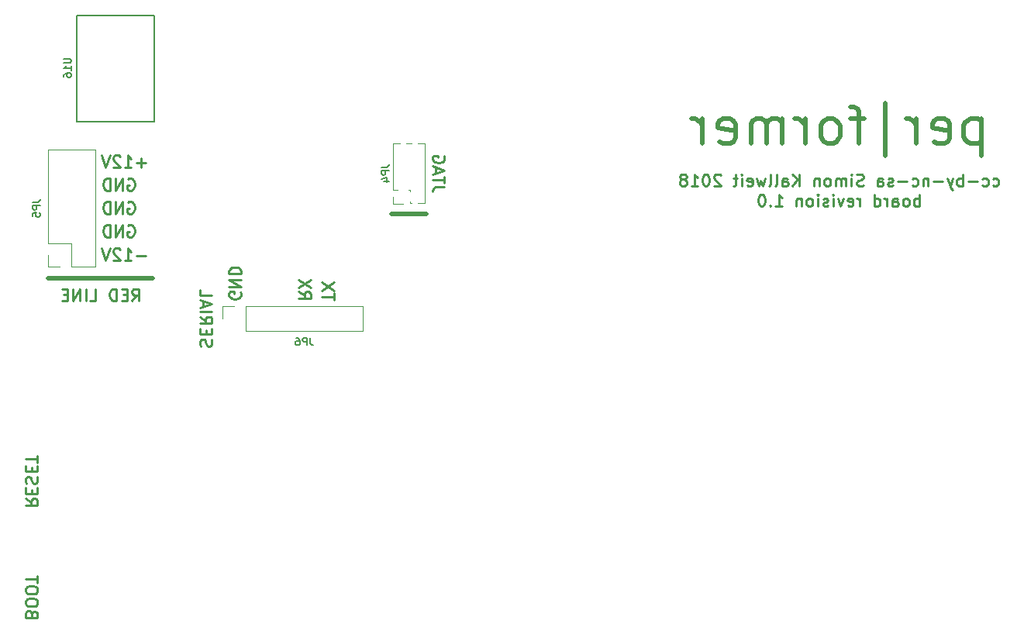
<source format=gbo>
G04 #@! TF.FileFunction,Legend,Bot*
%FSLAX46Y46*%
G04 Gerber Fmt 4.6, Leading zero omitted, Abs format (unit mm)*
G04 Created by KiCad (PCBNEW 4.0.7) date 2019 January 06, Sunday 22:11:23*
%MOMM*%
%LPD*%
G01*
G04 APERTURE LIST*
%ADD10C,0.100000*%
%ADD11C,0.250000*%
%ADD12C,0.500000*%
%ADD13C,0.120000*%
%ADD14C,0.127000*%
%ADD15C,0.150000*%
G04 APERTURE END LIST*
D10*
D11*
X79467857Y-122414286D02*
X79405952Y-122228572D01*
X79344048Y-122166667D01*
X79220238Y-122104762D01*
X79034524Y-122104762D01*
X78910714Y-122166667D01*
X78848810Y-122228572D01*
X78786905Y-122352381D01*
X78786905Y-122847619D01*
X80086905Y-122847619D01*
X80086905Y-122414286D01*
X80025000Y-122290476D01*
X79963095Y-122228572D01*
X79839286Y-122166667D01*
X79715476Y-122166667D01*
X79591667Y-122228572D01*
X79529762Y-122290476D01*
X79467857Y-122414286D01*
X79467857Y-122847619D01*
X80086905Y-121300000D02*
X80086905Y-121052381D01*
X80025000Y-120928572D01*
X79901190Y-120804762D01*
X79653571Y-120742857D01*
X79220238Y-120742857D01*
X78972619Y-120804762D01*
X78848810Y-120928572D01*
X78786905Y-121052381D01*
X78786905Y-121300000D01*
X78848810Y-121423810D01*
X78972619Y-121547619D01*
X79220238Y-121609524D01*
X79653571Y-121609524D01*
X79901190Y-121547619D01*
X80025000Y-121423810D01*
X80086905Y-121300000D01*
X80086905Y-119938095D02*
X80086905Y-119690476D01*
X80025000Y-119566667D01*
X79901190Y-119442857D01*
X79653571Y-119380952D01*
X79220238Y-119380952D01*
X78972619Y-119442857D01*
X78848810Y-119566667D01*
X78786905Y-119690476D01*
X78786905Y-119938095D01*
X78848810Y-120061905D01*
X78972619Y-120185714D01*
X79220238Y-120247619D01*
X79653571Y-120247619D01*
X79901190Y-120185714D01*
X80025000Y-120061905D01*
X80086905Y-119938095D01*
X80086905Y-119009523D02*
X80086905Y-118266666D01*
X78786905Y-118638095D02*
X80086905Y-118638095D01*
X78786905Y-109838094D02*
X79405952Y-110271427D01*
X78786905Y-110580951D02*
X80086905Y-110580951D01*
X80086905Y-110085713D01*
X80025000Y-109961904D01*
X79963095Y-109899999D01*
X79839286Y-109838094D01*
X79653571Y-109838094D01*
X79529762Y-109899999D01*
X79467857Y-109961904D01*
X79405952Y-110085713D01*
X79405952Y-110580951D01*
X79467857Y-109280951D02*
X79467857Y-108847618D01*
X78786905Y-108661904D02*
X78786905Y-109280951D01*
X80086905Y-109280951D01*
X80086905Y-108661904D01*
X78848810Y-108166666D02*
X78786905Y-107980952D01*
X78786905Y-107671428D01*
X78848810Y-107547618D01*
X78910714Y-107485714D01*
X79034524Y-107423809D01*
X79158333Y-107423809D01*
X79282143Y-107485714D01*
X79344048Y-107547618D01*
X79405952Y-107671428D01*
X79467857Y-107919047D01*
X79529762Y-108042856D01*
X79591667Y-108104761D01*
X79715476Y-108166666D01*
X79839286Y-108166666D01*
X79963095Y-108104761D01*
X80025000Y-108042856D01*
X80086905Y-107919047D01*
X80086905Y-107609523D01*
X80025000Y-107423809D01*
X79467857Y-106866666D02*
X79467857Y-106433333D01*
X78786905Y-106247619D02*
X78786905Y-106866666D01*
X80086905Y-106866666D01*
X80086905Y-106247619D01*
X80086905Y-105876190D02*
X80086905Y-105133333D01*
X78786905Y-105504762D02*
X80086905Y-105504762D01*
D12*
X183163808Y-68357857D02*
X183163808Y-72357857D01*
X183163808Y-68548333D02*
X182782856Y-68357857D01*
X182020951Y-68357857D01*
X181639999Y-68548333D01*
X181449522Y-68738810D01*
X181259046Y-69119762D01*
X181259046Y-70262619D01*
X181449522Y-70643571D01*
X181639999Y-70834048D01*
X182020951Y-71024524D01*
X182782856Y-71024524D01*
X183163808Y-70834048D01*
X178020951Y-70834048D02*
X178401903Y-71024524D01*
X179163808Y-71024524D01*
X179544760Y-70834048D01*
X179735236Y-70453095D01*
X179735236Y-68929286D01*
X179544760Y-68548333D01*
X179163808Y-68357857D01*
X178401903Y-68357857D01*
X178020951Y-68548333D01*
X177830474Y-68929286D01*
X177830474Y-69310238D01*
X179735236Y-69691190D01*
X176116189Y-71024524D02*
X176116189Y-68357857D01*
X176116189Y-69119762D02*
X175925713Y-68738810D01*
X175735237Y-68548333D01*
X175354284Y-68357857D01*
X174973332Y-68357857D01*
X172687618Y-72357857D02*
X172687618Y-66643571D01*
X170401904Y-68357857D02*
X168878094Y-68357857D01*
X169830475Y-71024524D02*
X169830475Y-67595952D01*
X169639999Y-67215000D01*
X169259046Y-67024524D01*
X168878094Y-67024524D01*
X166973332Y-71024524D02*
X167354285Y-70834048D01*
X167544761Y-70643571D01*
X167735237Y-70262619D01*
X167735237Y-69119762D01*
X167544761Y-68738810D01*
X167354285Y-68548333D01*
X166973332Y-68357857D01*
X166401904Y-68357857D01*
X166020952Y-68548333D01*
X165830475Y-68738810D01*
X165639999Y-69119762D01*
X165639999Y-70262619D01*
X165830475Y-70643571D01*
X166020952Y-70834048D01*
X166401904Y-71024524D01*
X166973332Y-71024524D01*
X163925713Y-71024524D02*
X163925713Y-68357857D01*
X163925713Y-69119762D02*
X163735237Y-68738810D01*
X163544761Y-68548333D01*
X163163808Y-68357857D01*
X162782856Y-68357857D01*
X161449523Y-71024524D02*
X161449523Y-68357857D01*
X161449523Y-68738810D02*
X161259047Y-68548333D01*
X160878094Y-68357857D01*
X160306666Y-68357857D01*
X159925714Y-68548333D01*
X159735237Y-68929286D01*
X159735237Y-71024524D01*
X159735237Y-68929286D02*
X159544761Y-68548333D01*
X159163809Y-68357857D01*
X158592380Y-68357857D01*
X158211428Y-68548333D01*
X158020952Y-68929286D01*
X158020952Y-71024524D01*
X154592381Y-70834048D02*
X154973333Y-71024524D01*
X155735238Y-71024524D01*
X156116190Y-70834048D01*
X156306666Y-70453095D01*
X156306666Y-68929286D01*
X156116190Y-68548333D01*
X155735238Y-68357857D01*
X154973333Y-68357857D01*
X154592381Y-68548333D01*
X154401904Y-68929286D01*
X154401904Y-69310238D01*
X156306666Y-69691190D01*
X152687619Y-71024524D02*
X152687619Y-68357857D01*
X152687619Y-69119762D02*
X152497143Y-68738810D01*
X152306667Y-68548333D01*
X151925714Y-68357857D01*
X151544762Y-68357857D01*
D11*
X184416188Y-75626190D02*
X184539998Y-75688095D01*
X184787617Y-75688095D01*
X184911426Y-75626190D01*
X184973331Y-75564286D01*
X185035236Y-75440476D01*
X185035236Y-75069048D01*
X184973331Y-74945238D01*
X184911426Y-74883333D01*
X184787617Y-74821429D01*
X184539998Y-74821429D01*
X184416188Y-74883333D01*
X183301902Y-75626190D02*
X183425712Y-75688095D01*
X183673331Y-75688095D01*
X183797140Y-75626190D01*
X183859045Y-75564286D01*
X183920950Y-75440476D01*
X183920950Y-75069048D01*
X183859045Y-74945238D01*
X183797140Y-74883333D01*
X183673331Y-74821429D01*
X183425712Y-74821429D01*
X183301902Y-74883333D01*
X182744759Y-75192857D02*
X181754283Y-75192857D01*
X181135235Y-75688095D02*
X181135235Y-74388095D01*
X181135235Y-74883333D02*
X181011426Y-74821429D01*
X180763807Y-74821429D01*
X180639997Y-74883333D01*
X180578092Y-74945238D01*
X180516188Y-75069048D01*
X180516188Y-75440476D01*
X180578092Y-75564286D01*
X180639997Y-75626190D01*
X180763807Y-75688095D01*
X181011426Y-75688095D01*
X181135235Y-75626190D01*
X180082855Y-74821429D02*
X179773331Y-75688095D01*
X179463807Y-74821429D02*
X179773331Y-75688095D01*
X179897140Y-75997619D01*
X179959045Y-76059524D01*
X180082855Y-76121429D01*
X178968569Y-75192857D02*
X177978093Y-75192857D01*
X177359045Y-74821429D02*
X177359045Y-75688095D01*
X177359045Y-74945238D02*
X177297140Y-74883333D01*
X177173331Y-74821429D01*
X176987617Y-74821429D01*
X176863807Y-74883333D01*
X176801902Y-75007143D01*
X176801902Y-75688095D01*
X175625712Y-75626190D02*
X175749522Y-75688095D01*
X175997141Y-75688095D01*
X176120950Y-75626190D01*
X176182855Y-75564286D01*
X176244760Y-75440476D01*
X176244760Y-75069048D01*
X176182855Y-74945238D01*
X176120950Y-74883333D01*
X175997141Y-74821429D01*
X175749522Y-74821429D01*
X175625712Y-74883333D01*
X175068569Y-75192857D02*
X174078093Y-75192857D01*
X173520950Y-75626190D02*
X173397140Y-75688095D01*
X173149521Y-75688095D01*
X173025712Y-75626190D01*
X172963807Y-75502381D01*
X172963807Y-75440476D01*
X173025712Y-75316667D01*
X173149521Y-75254762D01*
X173335236Y-75254762D01*
X173459045Y-75192857D01*
X173520950Y-75069048D01*
X173520950Y-75007143D01*
X173459045Y-74883333D01*
X173335236Y-74821429D01*
X173149521Y-74821429D01*
X173025712Y-74883333D01*
X171849521Y-75688095D02*
X171849521Y-75007143D01*
X171911426Y-74883333D01*
X172035236Y-74821429D01*
X172282855Y-74821429D01*
X172406664Y-74883333D01*
X171849521Y-75626190D02*
X171973331Y-75688095D01*
X172282855Y-75688095D01*
X172406664Y-75626190D01*
X172468569Y-75502381D01*
X172468569Y-75378571D01*
X172406664Y-75254762D01*
X172282855Y-75192857D01*
X171973331Y-75192857D01*
X171849521Y-75130952D01*
X170301903Y-75626190D02*
X170116189Y-75688095D01*
X169806665Y-75688095D01*
X169682855Y-75626190D01*
X169620951Y-75564286D01*
X169559046Y-75440476D01*
X169559046Y-75316667D01*
X169620951Y-75192857D01*
X169682855Y-75130952D01*
X169806665Y-75069048D01*
X170054284Y-75007143D01*
X170178093Y-74945238D01*
X170239998Y-74883333D01*
X170301903Y-74759524D01*
X170301903Y-74635714D01*
X170239998Y-74511905D01*
X170178093Y-74450000D01*
X170054284Y-74388095D01*
X169744760Y-74388095D01*
X169559046Y-74450000D01*
X169001903Y-75688095D02*
X169001903Y-74821429D01*
X169001903Y-74388095D02*
X169063808Y-74450000D01*
X169001903Y-74511905D01*
X168939998Y-74450000D01*
X169001903Y-74388095D01*
X169001903Y-74511905D01*
X168382855Y-75688095D02*
X168382855Y-74821429D01*
X168382855Y-74945238D02*
X168320950Y-74883333D01*
X168197141Y-74821429D01*
X168011427Y-74821429D01*
X167887617Y-74883333D01*
X167825712Y-75007143D01*
X167825712Y-75688095D01*
X167825712Y-75007143D02*
X167763808Y-74883333D01*
X167639998Y-74821429D01*
X167454284Y-74821429D01*
X167330474Y-74883333D01*
X167268569Y-75007143D01*
X167268569Y-75688095D01*
X166463808Y-75688095D02*
X166587617Y-75626190D01*
X166649522Y-75564286D01*
X166711427Y-75440476D01*
X166711427Y-75069048D01*
X166649522Y-74945238D01*
X166587617Y-74883333D01*
X166463808Y-74821429D01*
X166278094Y-74821429D01*
X166154284Y-74883333D01*
X166092379Y-74945238D01*
X166030475Y-75069048D01*
X166030475Y-75440476D01*
X166092379Y-75564286D01*
X166154284Y-75626190D01*
X166278094Y-75688095D01*
X166463808Y-75688095D01*
X165473332Y-74821429D02*
X165473332Y-75688095D01*
X165473332Y-74945238D02*
X165411427Y-74883333D01*
X165287618Y-74821429D01*
X165101904Y-74821429D01*
X164978094Y-74883333D01*
X164916189Y-75007143D01*
X164916189Y-75688095D01*
X163306666Y-75688095D02*
X163306666Y-74388095D01*
X162563809Y-75688095D02*
X163120952Y-74945238D01*
X162563809Y-74388095D02*
X163306666Y-75130952D01*
X161449523Y-75688095D02*
X161449523Y-75007143D01*
X161511428Y-74883333D01*
X161635238Y-74821429D01*
X161882857Y-74821429D01*
X162006666Y-74883333D01*
X161449523Y-75626190D02*
X161573333Y-75688095D01*
X161882857Y-75688095D01*
X162006666Y-75626190D01*
X162068571Y-75502381D01*
X162068571Y-75378571D01*
X162006666Y-75254762D01*
X161882857Y-75192857D01*
X161573333Y-75192857D01*
X161449523Y-75130952D01*
X160644762Y-75688095D02*
X160768571Y-75626190D01*
X160830476Y-75502381D01*
X160830476Y-74388095D01*
X159963810Y-75688095D02*
X160087619Y-75626190D01*
X160149524Y-75502381D01*
X160149524Y-74388095D01*
X159592382Y-74821429D02*
X159344763Y-75688095D01*
X159097144Y-75069048D01*
X158849525Y-75688095D01*
X158601906Y-74821429D01*
X157611429Y-75626190D02*
X157735239Y-75688095D01*
X157982858Y-75688095D01*
X158106667Y-75626190D01*
X158168572Y-75502381D01*
X158168572Y-75007143D01*
X158106667Y-74883333D01*
X157982858Y-74821429D01*
X157735239Y-74821429D01*
X157611429Y-74883333D01*
X157549524Y-75007143D01*
X157549524Y-75130952D01*
X158168572Y-75254762D01*
X156992381Y-75688095D02*
X156992381Y-74821429D01*
X156992381Y-74388095D02*
X157054286Y-74450000D01*
X156992381Y-74511905D01*
X156930476Y-74450000D01*
X156992381Y-74388095D01*
X156992381Y-74511905D01*
X156559047Y-74821429D02*
X156063809Y-74821429D01*
X156373333Y-74388095D02*
X156373333Y-75502381D01*
X156311428Y-75626190D01*
X156187619Y-75688095D01*
X156063809Y-75688095D01*
X154701905Y-74511905D02*
X154640000Y-74450000D01*
X154516191Y-74388095D01*
X154206667Y-74388095D01*
X154082857Y-74450000D01*
X154020953Y-74511905D01*
X153959048Y-74635714D01*
X153959048Y-74759524D01*
X154020953Y-74945238D01*
X154763810Y-75688095D01*
X153959048Y-75688095D01*
X153154286Y-74388095D02*
X153030477Y-74388095D01*
X152906667Y-74450000D01*
X152844762Y-74511905D01*
X152782858Y-74635714D01*
X152720953Y-74883333D01*
X152720953Y-75192857D01*
X152782858Y-75440476D01*
X152844762Y-75564286D01*
X152906667Y-75626190D01*
X153030477Y-75688095D01*
X153154286Y-75688095D01*
X153278096Y-75626190D01*
X153340000Y-75564286D01*
X153401905Y-75440476D01*
X153463810Y-75192857D01*
X153463810Y-74883333D01*
X153401905Y-74635714D01*
X153340000Y-74511905D01*
X153278096Y-74450000D01*
X153154286Y-74388095D01*
X151482858Y-75688095D02*
X152225715Y-75688095D01*
X151854286Y-75688095D02*
X151854286Y-74388095D01*
X151978096Y-74573810D01*
X152101905Y-74697619D01*
X152225715Y-74759524D01*
X150740001Y-74945238D02*
X150863810Y-74883333D01*
X150925715Y-74821429D01*
X150987620Y-74697619D01*
X150987620Y-74635714D01*
X150925715Y-74511905D01*
X150863810Y-74450000D01*
X150740001Y-74388095D01*
X150492382Y-74388095D01*
X150368572Y-74450000D01*
X150306668Y-74511905D01*
X150244763Y-74635714D01*
X150244763Y-74697619D01*
X150306668Y-74821429D01*
X150368572Y-74883333D01*
X150492382Y-74945238D01*
X150740001Y-74945238D01*
X150863810Y-75007143D01*
X150925715Y-75069048D01*
X150987620Y-75192857D01*
X150987620Y-75440476D01*
X150925715Y-75564286D01*
X150863810Y-75626190D01*
X150740001Y-75688095D01*
X150492382Y-75688095D01*
X150368572Y-75626190D01*
X150306668Y-75564286D01*
X150244763Y-75440476D01*
X150244763Y-75192857D01*
X150306668Y-75069048D01*
X150368572Y-75007143D01*
X150492382Y-74945238D01*
X176399522Y-77888095D02*
X176399522Y-76588095D01*
X176399522Y-77083333D02*
X176275713Y-77021429D01*
X176028094Y-77021429D01*
X175904284Y-77083333D01*
X175842379Y-77145238D01*
X175780475Y-77269048D01*
X175780475Y-77640476D01*
X175842379Y-77764286D01*
X175904284Y-77826190D01*
X176028094Y-77888095D01*
X176275713Y-77888095D01*
X176399522Y-77826190D01*
X175037618Y-77888095D02*
X175161427Y-77826190D01*
X175223332Y-77764286D01*
X175285237Y-77640476D01*
X175285237Y-77269048D01*
X175223332Y-77145238D01*
X175161427Y-77083333D01*
X175037618Y-77021429D01*
X174851904Y-77021429D01*
X174728094Y-77083333D01*
X174666189Y-77145238D01*
X174604285Y-77269048D01*
X174604285Y-77640476D01*
X174666189Y-77764286D01*
X174728094Y-77826190D01*
X174851904Y-77888095D01*
X175037618Y-77888095D01*
X173489999Y-77888095D02*
X173489999Y-77207143D01*
X173551904Y-77083333D01*
X173675714Y-77021429D01*
X173923333Y-77021429D01*
X174047142Y-77083333D01*
X173489999Y-77826190D02*
X173613809Y-77888095D01*
X173923333Y-77888095D01*
X174047142Y-77826190D01*
X174109047Y-77702381D01*
X174109047Y-77578571D01*
X174047142Y-77454762D01*
X173923333Y-77392857D01*
X173613809Y-77392857D01*
X173489999Y-77330952D01*
X172870952Y-77888095D02*
X172870952Y-77021429D01*
X172870952Y-77269048D02*
X172809047Y-77145238D01*
X172747143Y-77083333D01*
X172623333Y-77021429D01*
X172499524Y-77021429D01*
X171509047Y-77888095D02*
X171509047Y-76588095D01*
X171509047Y-77826190D02*
X171632857Y-77888095D01*
X171880476Y-77888095D01*
X172004285Y-77826190D01*
X172066190Y-77764286D01*
X172128095Y-77640476D01*
X172128095Y-77269048D01*
X172066190Y-77145238D01*
X172004285Y-77083333D01*
X171880476Y-77021429D01*
X171632857Y-77021429D01*
X171509047Y-77083333D01*
X169899524Y-77888095D02*
X169899524Y-77021429D01*
X169899524Y-77269048D02*
X169837619Y-77145238D01*
X169775715Y-77083333D01*
X169651905Y-77021429D01*
X169528096Y-77021429D01*
X168599524Y-77826190D02*
X168723334Y-77888095D01*
X168970953Y-77888095D01*
X169094762Y-77826190D01*
X169156667Y-77702381D01*
X169156667Y-77207143D01*
X169094762Y-77083333D01*
X168970953Y-77021429D01*
X168723334Y-77021429D01*
X168599524Y-77083333D01*
X168537619Y-77207143D01*
X168537619Y-77330952D01*
X169156667Y-77454762D01*
X168104286Y-77021429D02*
X167794762Y-77888095D01*
X167485238Y-77021429D01*
X166990000Y-77888095D02*
X166990000Y-77021429D01*
X166990000Y-76588095D02*
X167051905Y-76650000D01*
X166990000Y-76711905D01*
X166928095Y-76650000D01*
X166990000Y-76588095D01*
X166990000Y-76711905D01*
X166432857Y-77826190D02*
X166309047Y-77888095D01*
X166061428Y-77888095D01*
X165937619Y-77826190D01*
X165875714Y-77702381D01*
X165875714Y-77640476D01*
X165937619Y-77516667D01*
X166061428Y-77454762D01*
X166247143Y-77454762D01*
X166370952Y-77392857D01*
X166432857Y-77269048D01*
X166432857Y-77207143D01*
X166370952Y-77083333D01*
X166247143Y-77021429D01*
X166061428Y-77021429D01*
X165937619Y-77083333D01*
X165318571Y-77888095D02*
X165318571Y-77021429D01*
X165318571Y-76588095D02*
X165380476Y-76650000D01*
X165318571Y-76711905D01*
X165256666Y-76650000D01*
X165318571Y-76588095D01*
X165318571Y-76711905D01*
X164513809Y-77888095D02*
X164637618Y-77826190D01*
X164699523Y-77764286D01*
X164761428Y-77640476D01*
X164761428Y-77269048D01*
X164699523Y-77145238D01*
X164637618Y-77083333D01*
X164513809Y-77021429D01*
X164328095Y-77021429D01*
X164204285Y-77083333D01*
X164142380Y-77145238D01*
X164080476Y-77269048D01*
X164080476Y-77640476D01*
X164142380Y-77764286D01*
X164204285Y-77826190D01*
X164328095Y-77888095D01*
X164513809Y-77888095D01*
X163523333Y-77021429D02*
X163523333Y-77888095D01*
X163523333Y-77145238D02*
X163461428Y-77083333D01*
X163337619Y-77021429D01*
X163151905Y-77021429D01*
X163028095Y-77083333D01*
X162966190Y-77207143D01*
X162966190Y-77888095D01*
X160675715Y-77888095D02*
X161418572Y-77888095D01*
X161047143Y-77888095D02*
X161047143Y-76588095D01*
X161170953Y-76773810D01*
X161294762Y-76897619D01*
X161418572Y-76959524D01*
X160118572Y-77764286D02*
X160056667Y-77826190D01*
X160118572Y-77888095D01*
X160180477Y-77826190D01*
X160118572Y-77764286D01*
X160118572Y-77888095D01*
X159251905Y-76588095D02*
X159128096Y-76588095D01*
X159004286Y-76650000D01*
X158942381Y-76711905D01*
X158880477Y-76835714D01*
X158818572Y-77083333D01*
X158818572Y-77392857D01*
X158880477Y-77640476D01*
X158942381Y-77764286D01*
X159004286Y-77826190D01*
X159128096Y-77888095D01*
X159251905Y-77888095D01*
X159375715Y-77826190D01*
X159437619Y-77764286D01*
X159499524Y-77640476D01*
X159561429Y-77392857D01*
X159561429Y-77083333D01*
X159499524Y-76835714D01*
X159437619Y-76711905D01*
X159375715Y-76650000D01*
X159251905Y-76588095D01*
X97898810Y-93172381D02*
X97836905Y-92986667D01*
X97836905Y-92677143D01*
X97898810Y-92553333D01*
X97960714Y-92491429D01*
X98084524Y-92429524D01*
X98208333Y-92429524D01*
X98332143Y-92491429D01*
X98394048Y-92553333D01*
X98455952Y-92677143D01*
X98517857Y-92924762D01*
X98579762Y-93048571D01*
X98641667Y-93110476D01*
X98765476Y-93172381D01*
X98889286Y-93172381D01*
X99013095Y-93110476D01*
X99075000Y-93048571D01*
X99136905Y-92924762D01*
X99136905Y-92615238D01*
X99075000Y-92429524D01*
X98517857Y-91872381D02*
X98517857Y-91439048D01*
X97836905Y-91253334D02*
X97836905Y-91872381D01*
X99136905Y-91872381D01*
X99136905Y-91253334D01*
X97836905Y-89953334D02*
X98455952Y-90386667D01*
X97836905Y-90696191D02*
X99136905Y-90696191D01*
X99136905Y-90200953D01*
X99075000Y-90077144D01*
X99013095Y-90015239D01*
X98889286Y-89953334D01*
X98703571Y-89953334D01*
X98579762Y-90015239D01*
X98517857Y-90077144D01*
X98455952Y-90200953D01*
X98455952Y-90696191D01*
X97836905Y-89396191D02*
X99136905Y-89396191D01*
X98208333Y-88839048D02*
X98208333Y-88220000D01*
X97836905Y-88962857D02*
X99136905Y-88529524D01*
X97836905Y-88096191D01*
X97836905Y-87043810D02*
X97836905Y-87662857D01*
X99136905Y-87662857D01*
D12*
X122555000Y-78740000D02*
X118745000Y-78740000D01*
D11*
X90430714Y-88218095D02*
X90864047Y-87599048D01*
X91173571Y-88218095D02*
X91173571Y-86918095D01*
X90678333Y-86918095D01*
X90554524Y-86980000D01*
X90492619Y-87041905D01*
X90430714Y-87165714D01*
X90430714Y-87351429D01*
X90492619Y-87475238D01*
X90554524Y-87537143D01*
X90678333Y-87599048D01*
X91173571Y-87599048D01*
X89873571Y-87537143D02*
X89440238Y-87537143D01*
X89254524Y-88218095D02*
X89873571Y-88218095D01*
X89873571Y-86918095D01*
X89254524Y-86918095D01*
X88697381Y-88218095D02*
X88697381Y-86918095D01*
X88387857Y-86918095D01*
X88202143Y-86980000D01*
X88078334Y-87103810D01*
X88016429Y-87227619D01*
X87954524Y-87475238D01*
X87954524Y-87660952D01*
X88016429Y-87908571D01*
X88078334Y-88032381D01*
X88202143Y-88156190D01*
X88387857Y-88218095D01*
X88697381Y-88218095D01*
X85787858Y-88218095D02*
X86406905Y-88218095D01*
X86406905Y-86918095D01*
X85354524Y-88218095D02*
X85354524Y-86918095D01*
X84735476Y-88218095D02*
X84735476Y-86918095D01*
X83992619Y-88218095D01*
X83992619Y-86918095D01*
X83373571Y-87537143D02*
X82940238Y-87537143D01*
X82754524Y-88218095D02*
X83373571Y-88218095D01*
X83373571Y-86918095D01*
X82754524Y-86918095D01*
D12*
X81280000Y-85725000D02*
X92710000Y-85725000D01*
D11*
X91885476Y-73117857D02*
X90895000Y-73117857D01*
X91390238Y-73613095D02*
X91390238Y-72622619D01*
X89595000Y-73613095D02*
X90337857Y-73613095D01*
X89966428Y-73613095D02*
X89966428Y-72313095D01*
X90090238Y-72498810D01*
X90214047Y-72622619D01*
X90337857Y-72684524D01*
X89099762Y-72436905D02*
X89037857Y-72375000D01*
X88914048Y-72313095D01*
X88604524Y-72313095D01*
X88480714Y-72375000D01*
X88418810Y-72436905D01*
X88356905Y-72560714D01*
X88356905Y-72684524D01*
X88418810Y-72870238D01*
X89161667Y-73613095D01*
X88356905Y-73613095D01*
X87985476Y-72313095D02*
X87552143Y-73613095D01*
X87118810Y-72313095D01*
X91885476Y-83277857D02*
X90895000Y-83277857D01*
X89595000Y-83773095D02*
X90337857Y-83773095D01*
X89966428Y-83773095D02*
X89966428Y-82473095D01*
X90090238Y-82658810D01*
X90214047Y-82782619D01*
X90337857Y-82844524D01*
X89099762Y-82596905D02*
X89037857Y-82535000D01*
X88914048Y-82473095D01*
X88604524Y-82473095D01*
X88480714Y-82535000D01*
X88418810Y-82596905D01*
X88356905Y-82720714D01*
X88356905Y-82844524D01*
X88418810Y-83030238D01*
X89161667Y-83773095D01*
X88356905Y-83773095D01*
X87985476Y-82473095D02*
X87552143Y-83773095D01*
X87118810Y-82473095D01*
X89966429Y-74915000D02*
X90090238Y-74853095D01*
X90275953Y-74853095D01*
X90461667Y-74915000D01*
X90585476Y-75038810D01*
X90647381Y-75162619D01*
X90709286Y-75410238D01*
X90709286Y-75595952D01*
X90647381Y-75843571D01*
X90585476Y-75967381D01*
X90461667Y-76091190D01*
X90275953Y-76153095D01*
X90152143Y-76153095D01*
X89966429Y-76091190D01*
X89904524Y-76029286D01*
X89904524Y-75595952D01*
X90152143Y-75595952D01*
X89347381Y-76153095D02*
X89347381Y-74853095D01*
X88604524Y-76153095D01*
X88604524Y-74853095D01*
X87985476Y-76153095D02*
X87985476Y-74853095D01*
X87675952Y-74853095D01*
X87490238Y-74915000D01*
X87366429Y-75038810D01*
X87304524Y-75162619D01*
X87242619Y-75410238D01*
X87242619Y-75595952D01*
X87304524Y-75843571D01*
X87366429Y-75967381D01*
X87490238Y-76091190D01*
X87675952Y-76153095D01*
X87985476Y-76153095D01*
X89966429Y-77455000D02*
X90090238Y-77393095D01*
X90275953Y-77393095D01*
X90461667Y-77455000D01*
X90585476Y-77578810D01*
X90647381Y-77702619D01*
X90709286Y-77950238D01*
X90709286Y-78135952D01*
X90647381Y-78383571D01*
X90585476Y-78507381D01*
X90461667Y-78631190D01*
X90275953Y-78693095D01*
X90152143Y-78693095D01*
X89966429Y-78631190D01*
X89904524Y-78569286D01*
X89904524Y-78135952D01*
X90152143Y-78135952D01*
X89347381Y-78693095D02*
X89347381Y-77393095D01*
X88604524Y-78693095D01*
X88604524Y-77393095D01*
X87985476Y-78693095D02*
X87985476Y-77393095D01*
X87675952Y-77393095D01*
X87490238Y-77455000D01*
X87366429Y-77578810D01*
X87304524Y-77702619D01*
X87242619Y-77950238D01*
X87242619Y-78135952D01*
X87304524Y-78383571D01*
X87366429Y-78507381D01*
X87490238Y-78631190D01*
X87675952Y-78693095D01*
X87985476Y-78693095D01*
X89966429Y-79995000D02*
X90090238Y-79933095D01*
X90275953Y-79933095D01*
X90461667Y-79995000D01*
X90585476Y-80118810D01*
X90647381Y-80242619D01*
X90709286Y-80490238D01*
X90709286Y-80675952D01*
X90647381Y-80923571D01*
X90585476Y-81047381D01*
X90461667Y-81171190D01*
X90275953Y-81233095D01*
X90152143Y-81233095D01*
X89966429Y-81171190D01*
X89904524Y-81109286D01*
X89904524Y-80675952D01*
X90152143Y-80675952D01*
X89347381Y-81233095D02*
X89347381Y-79933095D01*
X88604524Y-81233095D01*
X88604524Y-79933095D01*
X87985476Y-81233095D02*
X87985476Y-79933095D01*
X87675952Y-79933095D01*
X87490238Y-79995000D01*
X87366429Y-80118810D01*
X87304524Y-80242619D01*
X87242619Y-80490238D01*
X87242619Y-80675952D01*
X87304524Y-80923571D01*
X87366429Y-81047381D01*
X87490238Y-81171190D01*
X87675952Y-81233095D01*
X87985476Y-81233095D01*
X102250000Y-87274524D02*
X102311905Y-87398333D01*
X102311905Y-87584048D01*
X102250000Y-87769762D01*
X102126190Y-87893571D01*
X102002381Y-87955476D01*
X101754762Y-88017381D01*
X101569048Y-88017381D01*
X101321429Y-87955476D01*
X101197619Y-87893571D01*
X101073810Y-87769762D01*
X101011905Y-87584048D01*
X101011905Y-87460238D01*
X101073810Y-87274524D01*
X101135714Y-87212619D01*
X101569048Y-87212619D01*
X101569048Y-87460238D01*
X101011905Y-86655476D02*
X102311905Y-86655476D01*
X101011905Y-85912619D01*
X102311905Y-85912619D01*
X101011905Y-85293571D02*
X102311905Y-85293571D01*
X102311905Y-84984047D01*
X102250000Y-84798333D01*
X102126190Y-84674524D01*
X102002381Y-84612619D01*
X101754762Y-84550714D01*
X101569048Y-84550714D01*
X101321429Y-84612619D01*
X101197619Y-84674524D01*
X101073810Y-84798333D01*
X101011905Y-84984047D01*
X101011905Y-85293571D01*
X112471905Y-88141190D02*
X112471905Y-87398333D01*
X111171905Y-87769762D02*
X112471905Y-87769762D01*
X112471905Y-87088810D02*
X111171905Y-86222143D01*
X112471905Y-86222143D02*
X111171905Y-87088810D01*
X108631905Y-87212619D02*
X109250952Y-87645952D01*
X108631905Y-87955476D02*
X109931905Y-87955476D01*
X109931905Y-87460238D01*
X109870000Y-87336429D01*
X109808095Y-87274524D01*
X109684286Y-87212619D01*
X109498571Y-87212619D01*
X109374762Y-87274524D01*
X109312857Y-87336429D01*
X109250952Y-87460238D01*
X109250952Y-87955476D01*
X109931905Y-86779286D02*
X108631905Y-85912619D01*
X109931905Y-85912619D02*
X108631905Y-86779286D01*
X124536905Y-75811667D02*
X123608333Y-75811667D01*
X123422619Y-75873571D01*
X123298810Y-75997381D01*
X123236905Y-76183095D01*
X123236905Y-76306905D01*
X124536905Y-75378333D02*
X124536905Y-74635476D01*
X123236905Y-75006905D02*
X124536905Y-75006905D01*
X123608333Y-74264048D02*
X123608333Y-73645000D01*
X123236905Y-74387857D02*
X124536905Y-73954524D01*
X123236905Y-73521191D01*
X124475000Y-72406905D02*
X124536905Y-72530714D01*
X124536905Y-72716429D01*
X124475000Y-72902143D01*
X124351190Y-73025952D01*
X124227381Y-73087857D01*
X123979762Y-73149762D01*
X123794048Y-73149762D01*
X123546429Y-73087857D01*
X123422619Y-73025952D01*
X123298810Y-72902143D01*
X123236905Y-72716429D01*
X123236905Y-72592619D01*
X123298810Y-72406905D01*
X123360714Y-72345000D01*
X123794048Y-72345000D01*
X123794048Y-72592619D01*
D13*
X115630000Y-88840000D02*
X115630000Y-91500000D01*
X102870000Y-88840000D02*
X115630000Y-88840000D01*
X102870000Y-91500000D02*
X115630000Y-91500000D01*
X102870000Y-88840000D02*
X102870000Y-91500000D01*
X101600000Y-88840000D02*
X100270000Y-88840000D01*
X100270000Y-88840000D02*
X100270000Y-90170000D01*
X118885000Y-71060000D02*
X119707470Y-71060000D01*
X121592530Y-71060000D02*
X122415000Y-71060000D01*
X120322530Y-71060000D02*
X120977470Y-71060000D01*
X118885000Y-76075000D02*
X118885000Y-71060000D01*
X122415000Y-77530000D02*
X122415000Y-71060000D01*
X118885000Y-76075000D02*
X119451529Y-76075000D01*
X120578471Y-76075000D02*
X120721529Y-76075000D01*
X120775000Y-76128471D02*
X120775000Y-76271529D01*
X120775000Y-77398471D02*
X120775000Y-77530000D01*
X120775000Y-77530000D02*
X120977470Y-77530000D01*
X121592530Y-77530000D02*
X122415000Y-77530000D01*
X118885000Y-76835000D02*
X118885000Y-77595000D01*
X118885000Y-77595000D02*
X120015000Y-77595000D01*
X81220000Y-71695000D02*
X86420000Y-71695000D01*
X81220000Y-81915000D02*
X81220000Y-71695000D01*
X86420000Y-84515000D02*
X86420000Y-71695000D01*
X81220000Y-81915000D02*
X83820000Y-81915000D01*
X83820000Y-81915000D02*
X83820000Y-84515000D01*
X83820000Y-84515000D02*
X86420000Y-84515000D01*
X81220000Y-83185000D02*
X81220000Y-84515000D01*
X81220000Y-84515000D02*
X82550000Y-84515000D01*
D14*
X84360000Y-68665000D02*
X84360000Y-57065000D01*
X84360000Y-57065000D02*
X92860000Y-57065000D01*
X92860000Y-57065000D02*
X92860000Y-68665000D01*
X92860000Y-68665000D02*
X84360000Y-68665000D01*
D15*
X109886666Y-92271905D02*
X109886666Y-92843333D01*
X109924762Y-92957619D01*
X110000952Y-93033810D01*
X110115238Y-93071905D01*
X110191428Y-93071905D01*
X109505714Y-93071905D02*
X109505714Y-92271905D01*
X109200952Y-92271905D01*
X109124761Y-92310000D01*
X109086666Y-92348095D01*
X109048571Y-92424286D01*
X109048571Y-92538571D01*
X109086666Y-92614762D01*
X109124761Y-92652857D01*
X109200952Y-92690952D01*
X109505714Y-92690952D01*
X108362857Y-92271905D02*
X108515238Y-92271905D01*
X108591428Y-92310000D01*
X108629523Y-92348095D01*
X108705714Y-92462381D01*
X108743809Y-92614762D01*
X108743809Y-92919524D01*
X108705714Y-92995714D01*
X108667619Y-93033810D01*
X108591428Y-93071905D01*
X108439047Y-93071905D01*
X108362857Y-93033810D01*
X108324761Y-92995714D01*
X108286666Y-92919524D01*
X108286666Y-92729048D01*
X108324761Y-92652857D01*
X108362857Y-92614762D01*
X108439047Y-92576667D01*
X108591428Y-92576667D01*
X108667619Y-92614762D01*
X108705714Y-92652857D01*
X108743809Y-92729048D01*
X117671905Y-73628334D02*
X118243333Y-73628334D01*
X118357619Y-73590238D01*
X118433810Y-73514048D01*
X118471905Y-73399762D01*
X118471905Y-73323572D01*
X118471905Y-74009286D02*
X117671905Y-74009286D01*
X117671905Y-74314048D01*
X117710000Y-74390239D01*
X117748095Y-74428334D01*
X117824286Y-74466429D01*
X117938571Y-74466429D01*
X118014762Y-74428334D01*
X118052857Y-74390239D01*
X118090952Y-74314048D01*
X118090952Y-74009286D01*
X117938571Y-75152143D02*
X118471905Y-75152143D01*
X117633810Y-74961667D02*
X118205238Y-74771191D01*
X118205238Y-75266429D01*
X79571905Y-77438334D02*
X80143333Y-77438334D01*
X80257619Y-77400238D01*
X80333810Y-77324048D01*
X80371905Y-77209762D01*
X80371905Y-77133572D01*
X80371905Y-77819286D02*
X79571905Y-77819286D01*
X79571905Y-78124048D01*
X79610000Y-78200239D01*
X79648095Y-78238334D01*
X79724286Y-78276429D01*
X79838571Y-78276429D01*
X79914762Y-78238334D01*
X79952857Y-78200239D01*
X79990952Y-78124048D01*
X79990952Y-77819286D01*
X79571905Y-79000239D02*
X79571905Y-78619286D01*
X79952857Y-78581191D01*
X79914762Y-78619286D01*
X79876667Y-78695477D01*
X79876667Y-78885953D01*
X79914762Y-78962143D01*
X79952857Y-79000239D01*
X80029048Y-79038334D01*
X80219524Y-79038334D01*
X80295714Y-79000239D01*
X80333810Y-78962143D01*
X80371905Y-78885953D01*
X80371905Y-78695477D01*
X80333810Y-78619286D01*
X80295714Y-78581191D01*
X82981905Y-61785476D02*
X83629524Y-61785476D01*
X83705714Y-61823571D01*
X83743810Y-61861667D01*
X83781905Y-61937857D01*
X83781905Y-62090238D01*
X83743810Y-62166429D01*
X83705714Y-62204524D01*
X83629524Y-62242619D01*
X82981905Y-62242619D01*
X83781905Y-63042619D02*
X83781905Y-62585476D01*
X83781905Y-62814047D02*
X82981905Y-62814047D01*
X83096190Y-62737857D01*
X83172381Y-62661666D01*
X83210476Y-62585476D01*
X82981905Y-63728333D02*
X82981905Y-63575952D01*
X83020000Y-63499762D01*
X83058095Y-63461667D01*
X83172381Y-63385476D01*
X83324762Y-63347381D01*
X83629524Y-63347381D01*
X83705714Y-63385476D01*
X83743810Y-63423571D01*
X83781905Y-63499762D01*
X83781905Y-63652143D01*
X83743810Y-63728333D01*
X83705714Y-63766429D01*
X83629524Y-63804524D01*
X83439048Y-63804524D01*
X83362857Y-63766429D01*
X83324762Y-63728333D01*
X83286667Y-63652143D01*
X83286667Y-63499762D01*
X83324762Y-63423571D01*
X83362857Y-63385476D01*
X83439048Y-63347381D01*
M02*

</source>
